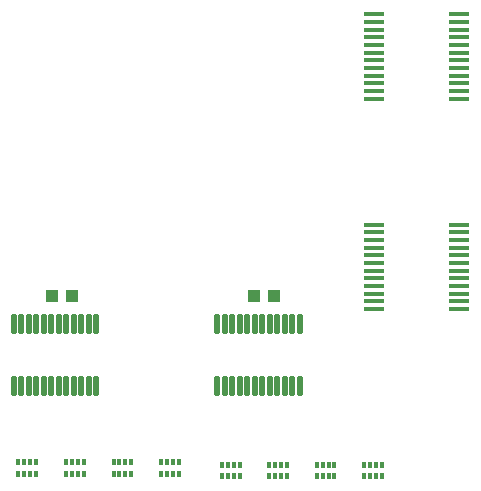
<source format=gbr>
%TF.GenerationSoftware,KiCad,Pcbnew,7.0.7-7.0.7~ubuntu22.04.1*%
%TF.CreationDate,2023-09-08T16:19:24+01:00*%
%TF.ProjectId,FSRray,46535272-6179-42e6-9b69-6361645f7063,rev?*%
%TF.SameCoordinates,Original*%
%TF.FileFunction,Paste,Top*%
%TF.FilePolarity,Positive*%
%FSLAX46Y46*%
G04 Gerber Fmt 4.6, Leading zero omitted, Abs format (unit mm)*
G04 Created by KiCad (PCBNEW 7.0.7-7.0.7~ubuntu22.04.1) date 2023-09-08 16:19:24*
%MOMM*%
%LPD*%
G01*
G04 APERTURE LIST*
G04 Aperture macros list*
%AMRoundRect*
0 Rectangle with rounded corners*
0 $1 Rounding radius*
0 $2 $3 $4 $5 $6 $7 $8 $9 X,Y pos of 4 corners*
0 Add a 4 corners polygon primitive as box body*
4,1,4,$2,$3,$4,$5,$6,$7,$8,$9,$2,$3,0*
0 Add four circle primitives for the rounded corners*
1,1,$1+$1,$2,$3*
1,1,$1+$1,$4,$5*
1,1,$1+$1,$6,$7*
1,1,$1+$1,$8,$9*
0 Add four rect primitives between the rounded corners*
20,1,$1+$1,$2,$3,$4,$5,0*
20,1,$1+$1,$4,$5,$6,$7,0*
20,1,$1+$1,$6,$7,$8,$9,0*
20,1,$1+$1,$8,$9,$2,$3,0*%
G04 Aperture macros list end*
%ADD10R,0.400000X0.500000*%
%ADD11R,0.300000X0.500000*%
%ADD12R,1.750000X0.450000*%
%ADD13RoundRect,0.020500X0.184500X-0.799500X0.184500X0.799500X-0.184500X0.799500X-0.184500X-0.799500X0*%
%ADD14RoundRect,0.050800X0.499200X0.449200X-0.499200X0.449200X-0.499200X-0.449200X0.499200X-0.449200X0*%
G04 APERTURE END LIST*
D10*
%TO.C,RN5*%
X184150000Y-121237653D03*
D11*
X184650000Y-121237653D03*
X185150000Y-121237653D03*
D10*
X185650000Y-121237653D03*
X185650000Y-120237653D03*
D11*
X185150000Y-120237653D03*
X184650000Y-120237653D03*
D10*
X184150000Y-120237653D03*
%TD*%
D12*
%TO.C,MUX2*%
X204200000Y-89275001D03*
X204200000Y-88625001D03*
X204200000Y-87975001D03*
X204200000Y-87325001D03*
X204200000Y-86675001D03*
X204200000Y-86025001D03*
X204200000Y-85375001D03*
X204200000Y-84725001D03*
X204200000Y-84075001D03*
X204200000Y-83425001D03*
X204200000Y-82775001D03*
X204200000Y-82125001D03*
X197000000Y-82125001D03*
X197000000Y-82775001D03*
X197000000Y-83425001D03*
X197000000Y-84075001D03*
X197000000Y-84725001D03*
X197000000Y-85375001D03*
X197000000Y-86025001D03*
X197000000Y-86675001D03*
X197000000Y-87325001D03*
X197000000Y-87975001D03*
X197000000Y-88625001D03*
X197000000Y-89275001D03*
%TD*%
%TO.C,MUX1*%
X204200000Y-107075002D03*
X204200000Y-106425002D03*
X204200000Y-105775002D03*
X204200000Y-105125002D03*
X204200000Y-104475002D03*
X204200000Y-103825002D03*
X204200000Y-103175002D03*
X204200000Y-102525002D03*
X204200000Y-101875002D03*
X204200000Y-101225002D03*
X204200000Y-100575002D03*
X204200000Y-99925002D03*
X197000000Y-99925002D03*
X197000000Y-100575002D03*
X197000000Y-101225002D03*
X197000000Y-101875002D03*
X197000000Y-102525002D03*
X197000000Y-103175002D03*
X197000000Y-103825002D03*
X197000000Y-104475002D03*
X197000000Y-105125002D03*
X197000000Y-105775002D03*
X197000000Y-106425002D03*
X197000000Y-107075002D03*
%TD*%
D13*
%TO.C,ADC2*%
X183707500Y-113572653D03*
X184342500Y-113572653D03*
X184977500Y-113572653D03*
X185612500Y-113572653D03*
X186247500Y-113572653D03*
X186882500Y-113572653D03*
X187517500Y-113572653D03*
X188152500Y-113572653D03*
X188787500Y-113572653D03*
X189422500Y-113572653D03*
X190057500Y-113572653D03*
X190692500Y-113572653D03*
X190692500Y-108302653D03*
X190057500Y-108302653D03*
X189422500Y-108302653D03*
X188787500Y-108302653D03*
X188152500Y-108302653D03*
X187517500Y-108302653D03*
X186882500Y-108302653D03*
X186247500Y-108302653D03*
X185612500Y-108302653D03*
X184977500Y-108302653D03*
X184342500Y-108302653D03*
X183707500Y-108302653D03*
%TD*%
D10*
%TO.C,RN6*%
X188150000Y-121237653D03*
D11*
X188650000Y-121237653D03*
X189150000Y-121237653D03*
D10*
X189650000Y-121237653D03*
X189650000Y-120237653D03*
D11*
X189150000Y-120237653D03*
X188650000Y-120237653D03*
D10*
X188150000Y-120237653D03*
%TD*%
%TO.C,RN1*%
X166850000Y-121037653D03*
D11*
X167350000Y-121037653D03*
X167850000Y-121037653D03*
D10*
X168350000Y-121037653D03*
X168350000Y-120037653D03*
D11*
X167850000Y-120037653D03*
X167350000Y-120037653D03*
D10*
X166850000Y-120037653D03*
%TD*%
%TO.C,RN4*%
X178950000Y-121037653D03*
D11*
X179450000Y-121037653D03*
X179950000Y-121037653D03*
D10*
X180450000Y-121037653D03*
X180450000Y-120037653D03*
D11*
X179950000Y-120037653D03*
X179450000Y-120037653D03*
D10*
X178950000Y-120037653D03*
%TD*%
D14*
%TO.C,C1*%
X171450000Y-105937653D03*
X169750000Y-105937653D03*
%TD*%
D10*
%TO.C,RN2*%
X170950000Y-121037653D03*
D11*
X171450000Y-121037653D03*
X171950000Y-121037653D03*
D10*
X172450000Y-121037653D03*
X172450000Y-120037653D03*
D11*
X171950000Y-120037653D03*
X171450000Y-120037653D03*
D10*
X170950000Y-120037653D03*
%TD*%
%TO.C,RN7*%
X192150000Y-121237653D03*
D11*
X192650000Y-121237653D03*
X193150000Y-121237653D03*
D10*
X193650000Y-121237653D03*
X193650000Y-120237653D03*
D11*
X193150000Y-120237653D03*
X192650000Y-120237653D03*
D10*
X192150000Y-120237653D03*
%TD*%
D13*
%TO.C,ADC1*%
X166507500Y-113572653D03*
X167142500Y-113572653D03*
X167777500Y-113572653D03*
X168412500Y-113572653D03*
X169047500Y-113572653D03*
X169682500Y-113572653D03*
X170317500Y-113572653D03*
X170952500Y-113572653D03*
X171587500Y-113572653D03*
X172222500Y-113572653D03*
X172857500Y-113572653D03*
X173492500Y-113572653D03*
X173492500Y-108302653D03*
X172857500Y-108302653D03*
X172222500Y-108302653D03*
X171587500Y-108302653D03*
X170952500Y-108302653D03*
X170317500Y-108302653D03*
X169682500Y-108302653D03*
X169047500Y-108302653D03*
X168412500Y-108302653D03*
X167777500Y-108302653D03*
X167142500Y-108302653D03*
X166507500Y-108302653D03*
%TD*%
D14*
%TO.C,C2*%
X188550000Y-105937653D03*
X186850000Y-105937653D03*
%TD*%
D10*
%TO.C,RN8*%
X196150000Y-121237653D03*
D11*
X196650000Y-121237653D03*
X197150000Y-121237653D03*
D10*
X197650000Y-121237653D03*
X197650000Y-120237653D03*
D11*
X197150000Y-120237653D03*
X196650000Y-120237653D03*
D10*
X196150000Y-120237653D03*
%TD*%
%TO.C,RN3*%
X174950000Y-121037653D03*
D11*
X175450000Y-121037653D03*
X175950000Y-121037653D03*
D10*
X176450000Y-121037653D03*
X176450000Y-120037653D03*
D11*
X175950000Y-120037653D03*
X175450000Y-120037653D03*
D10*
X174950000Y-120037653D03*
%TD*%
M02*

</source>
